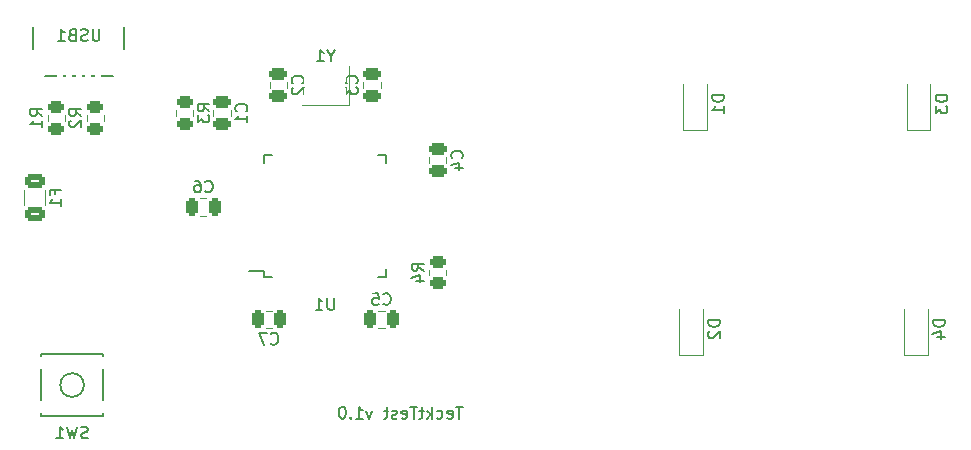
<source format=gbo>
%TF.GenerationSoftware,KiCad,Pcbnew,(6.0.5)*%
%TF.CreationDate,2022-05-13T23:52:20-07:00*%
%TF.ProjectId,keyboard-pcb-tutorial,6b657962-6f61-4726-942d-7063622d7475,rev?*%
%TF.SameCoordinates,Original*%
%TF.FileFunction,Legend,Bot*%
%TF.FilePolarity,Positive*%
%FSLAX46Y46*%
G04 Gerber Fmt 4.6, Leading zero omitted, Abs format (unit mm)*
G04 Created by KiCad (PCBNEW (6.0.5)) date 2022-05-13 23:52:20*
%MOMM*%
%LPD*%
G01*
G04 APERTURE LIST*
G04 Aperture macros list*
%AMRoundRect*
0 Rectangle with rounded corners*
0 $1 Rounding radius*
0 $2 $3 $4 $5 $6 $7 $8 $9 X,Y pos of 4 corners*
0 Add a 4 corners polygon primitive as box body*
4,1,4,$2,$3,$4,$5,$6,$7,$8,$9,$2,$3,0*
0 Add four circle primitives for the rounded corners*
1,1,$1+$1,$2,$3*
1,1,$1+$1,$4,$5*
1,1,$1+$1,$6,$7*
1,1,$1+$1,$8,$9*
0 Add four rect primitives between the rounded corners*
20,1,$1+$1,$2,$3,$4,$5,0*
20,1,$1+$1,$4,$5,$6,$7,0*
20,1,$1+$1,$6,$7,$8,$9,0*
20,1,$1+$1,$8,$9,$2,$3,0*%
%AMHorizOval*
0 Thick line with rounded ends*
0 $1 width*
0 $2 $3 position (X,Y) of the first rounded end (center of the circle)*
0 $4 $5 position (X,Y) of the second rounded end (center of the circle)*
0 Add line between two ends*
20,1,$1,$2,$3,$4,$5,0*
0 Add two circle primitives to create the rounded ends*
1,1,$1,$2,$3*
1,1,$1,$4,$5*%
G04 Aperture macros list end*
%ADD10C,0.150000*%
%ADD11C,0.120000*%
%ADD12C,1.750000*%
%ADD13C,3.987800*%
%ADD14C,2.250000*%
%ADD15HorizOval,2.250000X0.655001X0.730000X-0.655001X-0.730000X0*%
%ADD16HorizOval,2.250000X0.020000X0.290000X-0.020000X-0.290000X0*%
%ADD17RoundRect,0.250000X0.450000X-0.262500X0.450000X0.262500X-0.450000X0.262500X-0.450000X-0.262500X0*%
%ADD18R,1.200000X0.900000*%
%ADD19RoundRect,0.250000X0.475000X-0.250000X0.475000X0.250000X-0.475000X0.250000X-0.475000X-0.250000X0*%
%ADD20RoundRect,0.250000X0.625000X-0.375000X0.625000X0.375000X-0.625000X0.375000X-0.625000X-0.375000X0*%
%ADD21RoundRect,0.250000X-0.250000X-0.475000X0.250000X-0.475000X0.250000X0.475000X-0.250000X0.475000X0*%
%ADD22RoundRect,0.250000X0.250000X0.475000X-0.250000X0.475000X-0.250000X-0.475000X0.250000X-0.475000X0*%
%ADD23R,0.500000X2.250000*%
%ADD24O,1.700000X2.700000*%
%ADD25RoundRect,0.250000X-0.450000X0.262500X-0.450000X-0.262500X0.450000X-0.262500X0.450000X0.262500X0*%
%ADD26R,1.400000X1.200000*%
%ADD27RoundRect,0.250000X-0.475000X0.250000X-0.475000X-0.250000X0.475000X-0.250000X0.475000X0.250000X0*%
%ADD28R,1.500000X0.550000*%
%ADD29R,0.550000X1.500000*%
%ADD30R,1.800000X1.100000*%
G04 APERTURE END LIST*
D10*
X98948214Y-122483630D02*
X98376785Y-122483630D01*
X98662500Y-123483630D02*
X98662500Y-122483630D01*
X97662500Y-123436011D02*
X97757738Y-123483630D01*
X97948214Y-123483630D01*
X98043452Y-123436011D01*
X98091071Y-123340773D01*
X98091071Y-122959821D01*
X98043452Y-122864583D01*
X97948214Y-122816964D01*
X97757738Y-122816964D01*
X97662500Y-122864583D01*
X97614880Y-122959821D01*
X97614880Y-123055059D01*
X98091071Y-123150297D01*
X96757738Y-123436011D02*
X96852976Y-123483630D01*
X97043452Y-123483630D01*
X97138690Y-123436011D01*
X97186309Y-123388392D01*
X97233928Y-123293154D01*
X97233928Y-123007440D01*
X97186309Y-122912202D01*
X97138690Y-122864583D01*
X97043452Y-122816964D01*
X96852976Y-122816964D01*
X96757738Y-122864583D01*
X96329166Y-123483630D02*
X96329166Y-122483630D01*
X96233928Y-123102678D02*
X95948214Y-123483630D01*
X95948214Y-122816964D02*
X96329166Y-123197916D01*
X95662500Y-122816964D02*
X95281547Y-122816964D01*
X95519642Y-122483630D02*
X95519642Y-123340773D01*
X95472023Y-123436011D01*
X95376785Y-123483630D01*
X95281547Y-123483630D01*
X95091071Y-122483630D02*
X94519642Y-122483630D01*
X94805357Y-123483630D02*
X94805357Y-122483630D01*
X93805357Y-123436011D02*
X93900595Y-123483630D01*
X94091071Y-123483630D01*
X94186309Y-123436011D01*
X94233928Y-123340773D01*
X94233928Y-122959821D01*
X94186309Y-122864583D01*
X94091071Y-122816964D01*
X93900595Y-122816964D01*
X93805357Y-122864583D01*
X93757738Y-122959821D01*
X93757738Y-123055059D01*
X94233928Y-123150297D01*
X93376785Y-123436011D02*
X93281547Y-123483630D01*
X93091071Y-123483630D01*
X92995833Y-123436011D01*
X92948214Y-123340773D01*
X92948214Y-123293154D01*
X92995833Y-123197916D01*
X93091071Y-123150297D01*
X93233928Y-123150297D01*
X93329166Y-123102678D01*
X93376785Y-123007440D01*
X93376785Y-122959821D01*
X93329166Y-122864583D01*
X93233928Y-122816964D01*
X93091071Y-122816964D01*
X92995833Y-122864583D01*
X92662500Y-122816964D02*
X92281547Y-122816964D01*
X92519642Y-122483630D02*
X92519642Y-123340773D01*
X92472023Y-123436011D01*
X92376785Y-123483630D01*
X92281547Y-123483630D01*
X91281547Y-122816964D02*
X91043452Y-123483630D01*
X90805357Y-122816964D01*
X89900595Y-123483630D02*
X90472023Y-123483630D01*
X90186309Y-123483630D02*
X90186309Y-122483630D01*
X90281547Y-122626488D01*
X90376785Y-122721726D01*
X90472023Y-122769345D01*
X89472023Y-123388392D02*
X89424404Y-123436011D01*
X89472023Y-123483630D01*
X89519642Y-123436011D01*
X89472023Y-123388392D01*
X89472023Y-123483630D01*
X88805357Y-122483630D02*
X88710119Y-122483630D01*
X88614880Y-122531250D01*
X88567261Y-122578869D01*
X88519642Y-122674107D01*
X88472023Y-122864583D01*
X88472023Y-123102678D01*
X88519642Y-123293154D01*
X88567261Y-123388392D01*
X88614880Y-123436011D01*
X88710119Y-123483630D01*
X88805357Y-123483630D01*
X88900595Y-123436011D01*
X88948214Y-123388392D01*
X88995833Y-123293154D01*
X89043452Y-123102678D01*
X89043452Y-122864583D01*
X88995833Y-122674107D01*
X88948214Y-122578869D01*
X88900595Y-122531250D01*
X88805357Y-122483630D01*
%TO.C,R3*%
X77508630Y-97464583D02*
X77032440Y-97131250D01*
X77508630Y-96893154D02*
X76508630Y-96893154D01*
X76508630Y-97274107D01*
X76556250Y-97369345D01*
X76603869Y-97416964D01*
X76699107Y-97464583D01*
X76841964Y-97464583D01*
X76937202Y-97416964D01*
X76984821Y-97369345D01*
X77032440Y-97274107D01*
X77032440Y-96893154D01*
X76508630Y-97797916D02*
X76508630Y-98416964D01*
X76889583Y-98083630D01*
X76889583Y-98226488D01*
X76937202Y-98321726D01*
X76984821Y-98369345D01*
X77080059Y-98416964D01*
X77318154Y-98416964D01*
X77413392Y-98369345D01*
X77461011Y-98321726D01*
X77508630Y-98226488D01*
X77508630Y-97940773D01*
X77461011Y-97845535D01*
X77413392Y-97797916D01*
%TO.C,D1*%
X121070380Y-96099404D02*
X120070380Y-96099404D01*
X120070380Y-96337500D01*
X120118000Y-96480357D01*
X120213238Y-96575595D01*
X120308476Y-96623214D01*
X120498952Y-96670833D01*
X120641809Y-96670833D01*
X120832285Y-96623214D01*
X120927523Y-96575595D01*
X121022761Y-96480357D01*
X121070380Y-96337500D01*
X121070380Y-96099404D01*
X121070380Y-97623214D02*
X121070380Y-97051785D01*
X121070380Y-97337500D02*
X120070380Y-97337500D01*
X120213238Y-97242261D01*
X120308476Y-97147023D01*
X120356095Y-97051785D01*
%TO.C,C1*%
X80618392Y-97464583D02*
X80666011Y-97416964D01*
X80713630Y-97274107D01*
X80713630Y-97178869D01*
X80666011Y-97036011D01*
X80570773Y-96940773D01*
X80475535Y-96893154D01*
X80285059Y-96845535D01*
X80142202Y-96845535D01*
X79951726Y-96893154D01*
X79856488Y-96940773D01*
X79761250Y-97036011D01*
X79713630Y-97178869D01*
X79713630Y-97274107D01*
X79761250Y-97416964D01*
X79808869Y-97464583D01*
X80713630Y-98416964D02*
X80713630Y-97845535D01*
X80713630Y-98131250D02*
X79713630Y-98131250D01*
X79856488Y-98036011D01*
X79951726Y-97940773D01*
X79999345Y-97845535D01*
%TO.C,F1*%
X64454821Y-104441666D02*
X64454821Y-104108333D01*
X64978630Y-104108333D02*
X63978630Y-104108333D01*
X63978630Y-104584523D01*
X64978630Y-105489285D02*
X64978630Y-104917857D01*
X64978630Y-105203571D02*
X63978630Y-105203571D01*
X64121488Y-105108333D01*
X64216726Y-105013095D01*
X64264345Y-104917857D01*
%TO.C,C4*%
X98874642Y-101433333D02*
X98922261Y-101385714D01*
X98969880Y-101242857D01*
X98969880Y-101147619D01*
X98922261Y-101004761D01*
X98827023Y-100909523D01*
X98731785Y-100861904D01*
X98541309Y-100814285D01*
X98398452Y-100814285D01*
X98207976Y-100861904D01*
X98112738Y-100909523D01*
X98017500Y-101004761D01*
X97969880Y-101147619D01*
X97969880Y-101242857D01*
X98017500Y-101385714D01*
X98065119Y-101433333D01*
X98303214Y-102290476D02*
X98969880Y-102290476D01*
X97922261Y-102052380D02*
X98636547Y-101814285D01*
X98636547Y-102433333D01*
%TO.C,C7*%
X82716666Y-117130892D02*
X82764285Y-117178511D01*
X82907142Y-117226130D01*
X83002380Y-117226130D01*
X83145238Y-117178511D01*
X83240476Y-117083273D01*
X83288095Y-116988035D01*
X83335714Y-116797559D01*
X83335714Y-116654702D01*
X83288095Y-116464226D01*
X83240476Y-116368988D01*
X83145238Y-116273750D01*
X83002380Y-116226130D01*
X82907142Y-116226130D01*
X82764285Y-116273750D01*
X82716666Y-116321369D01*
X82383333Y-116226130D02*
X81716666Y-116226130D01*
X82145238Y-117226130D01*
%TO.C,C6*%
X77160416Y-104245892D02*
X77208035Y-104293511D01*
X77350892Y-104341130D01*
X77446130Y-104341130D01*
X77588988Y-104293511D01*
X77684226Y-104198273D01*
X77731845Y-104103035D01*
X77779464Y-103912559D01*
X77779464Y-103769702D01*
X77731845Y-103579226D01*
X77684226Y-103483988D01*
X77588988Y-103388750D01*
X77446130Y-103341130D01*
X77350892Y-103341130D01*
X77208035Y-103388750D01*
X77160416Y-103436369D01*
X76303273Y-103341130D02*
X76493750Y-103341130D01*
X76588988Y-103388750D01*
X76636607Y-103436369D01*
X76731845Y-103579226D01*
X76779464Y-103769702D01*
X76779464Y-104150654D01*
X76731845Y-104245892D01*
X76684226Y-104293511D01*
X76588988Y-104341130D01*
X76398511Y-104341130D01*
X76303273Y-104293511D01*
X76255654Y-104245892D01*
X76208035Y-104150654D01*
X76208035Y-103912559D01*
X76255654Y-103817321D01*
X76303273Y-103769702D01*
X76398511Y-103722083D01*
X76588988Y-103722083D01*
X76684226Y-103769702D01*
X76731845Y-103817321D01*
X76779464Y-103912559D01*
%TO.C,USB1*%
X68190845Y-90511380D02*
X68190845Y-91320904D01*
X68143226Y-91416142D01*
X68095607Y-91463761D01*
X68000369Y-91511380D01*
X67809892Y-91511380D01*
X67714654Y-91463761D01*
X67667035Y-91416142D01*
X67619416Y-91320904D01*
X67619416Y-90511380D01*
X67190845Y-91463761D02*
X67047988Y-91511380D01*
X66809892Y-91511380D01*
X66714654Y-91463761D01*
X66667035Y-91416142D01*
X66619416Y-91320904D01*
X66619416Y-91225666D01*
X66667035Y-91130428D01*
X66714654Y-91082809D01*
X66809892Y-91035190D01*
X67000369Y-90987571D01*
X67095607Y-90939952D01*
X67143226Y-90892333D01*
X67190845Y-90797095D01*
X67190845Y-90701857D01*
X67143226Y-90606619D01*
X67095607Y-90559000D01*
X67000369Y-90511380D01*
X66762273Y-90511380D01*
X66619416Y-90559000D01*
X65857511Y-90987571D02*
X65714654Y-91035190D01*
X65667035Y-91082809D01*
X65619416Y-91178047D01*
X65619416Y-91320904D01*
X65667035Y-91416142D01*
X65714654Y-91463761D01*
X65809892Y-91511380D01*
X66190845Y-91511380D01*
X66190845Y-90511380D01*
X65857511Y-90511380D01*
X65762273Y-90559000D01*
X65714654Y-90606619D01*
X65667035Y-90701857D01*
X65667035Y-90797095D01*
X65714654Y-90892333D01*
X65762273Y-90939952D01*
X65857511Y-90987571D01*
X66190845Y-90987571D01*
X64667035Y-91511380D02*
X65238464Y-91511380D01*
X64952750Y-91511380D02*
X64952750Y-90511380D01*
X65047988Y-90654238D01*
X65143226Y-90749476D01*
X65238464Y-90797095D01*
%TO.C,D4*%
X139771130Y-115149404D02*
X138771130Y-115149404D01*
X138771130Y-115387500D01*
X138818750Y-115530357D01*
X138913988Y-115625595D01*
X139009226Y-115673214D01*
X139199702Y-115720833D01*
X139342559Y-115720833D01*
X139533035Y-115673214D01*
X139628273Y-115625595D01*
X139723511Y-115530357D01*
X139771130Y-115387500D01*
X139771130Y-115149404D01*
X139104464Y-116577976D02*
X139771130Y-116577976D01*
X138723511Y-116339880D02*
X139437797Y-116101785D01*
X139437797Y-116720833D01*
%TO.C,R4*%
X95639880Y-110958333D02*
X95163690Y-110625000D01*
X95639880Y-110386904D02*
X94639880Y-110386904D01*
X94639880Y-110767857D01*
X94687500Y-110863095D01*
X94735119Y-110910714D01*
X94830357Y-110958333D01*
X94973214Y-110958333D01*
X95068452Y-110910714D01*
X95116071Y-110863095D01*
X95163690Y-110767857D01*
X95163690Y-110386904D01*
X94973214Y-111815476D02*
X95639880Y-111815476D01*
X94592261Y-111577380D02*
X95306547Y-111339285D01*
X95306547Y-111958333D01*
%TO.C,R1*%
X63350130Y-97877333D02*
X62873940Y-97544000D01*
X63350130Y-97305904D02*
X62350130Y-97305904D01*
X62350130Y-97686857D01*
X62397750Y-97782095D01*
X62445369Y-97829714D01*
X62540607Y-97877333D01*
X62683464Y-97877333D01*
X62778702Y-97829714D01*
X62826321Y-97782095D01*
X62873940Y-97686857D01*
X62873940Y-97305904D01*
X63350130Y-98829714D02*
X63350130Y-98258285D01*
X63350130Y-98544000D02*
X62350130Y-98544000D01*
X62492988Y-98448761D01*
X62588226Y-98353523D01*
X62635845Y-98258285D01*
%TO.C,C2*%
X85380892Y-95083333D02*
X85428511Y-95035714D01*
X85476130Y-94892857D01*
X85476130Y-94797619D01*
X85428511Y-94654761D01*
X85333273Y-94559523D01*
X85238035Y-94511904D01*
X85047559Y-94464285D01*
X84904702Y-94464285D01*
X84714226Y-94511904D01*
X84618988Y-94559523D01*
X84523750Y-94654761D01*
X84476130Y-94797619D01*
X84476130Y-94892857D01*
X84523750Y-95035714D01*
X84571369Y-95083333D01*
X84571369Y-95464285D02*
X84523750Y-95511904D01*
X84476130Y-95607142D01*
X84476130Y-95845238D01*
X84523750Y-95940476D01*
X84571369Y-95988095D01*
X84666607Y-96035714D01*
X84761845Y-96035714D01*
X84904702Y-95988095D01*
X85476130Y-95416666D01*
X85476130Y-96035714D01*
%TO.C,D3*%
X139993380Y-96099404D02*
X138993380Y-96099404D01*
X138993380Y-96337500D01*
X139041000Y-96480357D01*
X139136238Y-96575595D01*
X139231476Y-96623214D01*
X139421952Y-96670833D01*
X139564809Y-96670833D01*
X139755285Y-96623214D01*
X139850523Y-96575595D01*
X139945761Y-96480357D01*
X139993380Y-96337500D01*
X139993380Y-96099404D01*
X138993380Y-97004166D02*
X138993380Y-97623214D01*
X139374333Y-97289880D01*
X139374333Y-97432738D01*
X139421952Y-97527976D01*
X139469571Y-97575595D01*
X139564809Y-97623214D01*
X139802904Y-97623214D01*
X139898142Y-97575595D01*
X139945761Y-97527976D01*
X139993380Y-97432738D01*
X139993380Y-97147023D01*
X139945761Y-97051785D01*
X139898142Y-97004166D01*
%TO.C,Y1*%
X87788690Y-92776190D02*
X87788690Y-93252380D01*
X88122023Y-92252380D02*
X87788690Y-92776190D01*
X87455357Y-92252380D01*
X86598214Y-93252380D02*
X87169642Y-93252380D01*
X86883928Y-93252380D02*
X86883928Y-92252380D01*
X86979166Y-92395238D01*
X87074404Y-92490476D01*
X87169642Y-92538095D01*
%TO.C,C3*%
X89958392Y-95083333D02*
X90006011Y-95035714D01*
X90053630Y-94892857D01*
X90053630Y-94797619D01*
X90006011Y-94654761D01*
X89910773Y-94559523D01*
X89815535Y-94511904D01*
X89625059Y-94464285D01*
X89482202Y-94464285D01*
X89291726Y-94511904D01*
X89196488Y-94559523D01*
X89101250Y-94654761D01*
X89053630Y-94797619D01*
X89053630Y-94892857D01*
X89101250Y-95035714D01*
X89148869Y-95083333D01*
X89053630Y-95416666D02*
X89053630Y-96035714D01*
X89434583Y-95702380D01*
X89434583Y-95845238D01*
X89482202Y-95940476D01*
X89529821Y-95988095D01*
X89625059Y-96035714D01*
X89863154Y-96035714D01*
X89958392Y-95988095D01*
X90006011Y-95940476D01*
X90053630Y-95845238D01*
X90053630Y-95559523D01*
X90006011Y-95464285D01*
X89958392Y-95416666D01*
%TO.C,U1*%
X88074404Y-113264880D02*
X88074404Y-114074404D01*
X88026785Y-114169642D01*
X87979166Y-114217261D01*
X87883928Y-114264880D01*
X87693452Y-114264880D01*
X87598214Y-114217261D01*
X87550595Y-114169642D01*
X87502976Y-114074404D01*
X87502976Y-113264880D01*
X86502976Y-114264880D02*
X87074404Y-114264880D01*
X86788690Y-114264880D02*
X86788690Y-113264880D01*
X86883928Y-113407738D01*
X86979166Y-113502976D01*
X87074404Y-113550595D01*
%TO.C,SW1*%
X67214583Y-125118761D02*
X67071726Y-125166380D01*
X66833630Y-125166380D01*
X66738392Y-125118761D01*
X66690773Y-125071142D01*
X66643154Y-124975904D01*
X66643154Y-124880666D01*
X66690773Y-124785428D01*
X66738392Y-124737809D01*
X66833630Y-124690190D01*
X67024107Y-124642571D01*
X67119345Y-124594952D01*
X67166964Y-124547333D01*
X67214583Y-124452095D01*
X67214583Y-124356857D01*
X67166964Y-124261619D01*
X67119345Y-124214000D01*
X67024107Y-124166380D01*
X66786011Y-124166380D01*
X66643154Y-124214000D01*
X66309821Y-124166380D02*
X66071726Y-125166380D01*
X65881250Y-124452095D01*
X65690773Y-125166380D01*
X65452678Y-124166380D01*
X64547916Y-125166380D02*
X65119345Y-125166380D01*
X64833630Y-125166380D02*
X64833630Y-124166380D01*
X64928869Y-124309238D01*
X65024107Y-124404476D01*
X65119345Y-124452095D01*
%TO.C,R2*%
X66652130Y-97877333D02*
X66175940Y-97544000D01*
X66652130Y-97305904D02*
X65652130Y-97305904D01*
X65652130Y-97686857D01*
X65699750Y-97782095D01*
X65747369Y-97829714D01*
X65842607Y-97877333D01*
X65985464Y-97877333D01*
X66080702Y-97829714D01*
X66128321Y-97782095D01*
X66175940Y-97686857D01*
X66175940Y-97305904D01*
X65747369Y-98258285D02*
X65699750Y-98305904D01*
X65652130Y-98401142D01*
X65652130Y-98639238D01*
X65699750Y-98734476D01*
X65747369Y-98782095D01*
X65842607Y-98829714D01*
X65937845Y-98829714D01*
X66080702Y-98782095D01*
X66652130Y-98210666D01*
X66652130Y-98829714D01*
%TO.C,C5*%
X92241666Y-113770892D02*
X92289285Y-113818511D01*
X92432142Y-113866130D01*
X92527380Y-113866130D01*
X92670238Y-113818511D01*
X92765476Y-113723273D01*
X92813095Y-113628035D01*
X92860714Y-113437559D01*
X92860714Y-113294702D01*
X92813095Y-113104226D01*
X92765476Y-113008988D01*
X92670238Y-112913750D01*
X92527380Y-112866130D01*
X92432142Y-112866130D01*
X92289285Y-112913750D01*
X92241666Y-112961369D01*
X91336904Y-112866130D02*
X91813095Y-112866130D01*
X91860714Y-113342321D01*
X91813095Y-113294702D01*
X91717857Y-113247083D01*
X91479761Y-113247083D01*
X91384523Y-113294702D01*
X91336904Y-113342321D01*
X91289285Y-113437559D01*
X91289285Y-113675654D01*
X91336904Y-113770892D01*
X91384523Y-113818511D01*
X91479761Y-113866130D01*
X91717857Y-113866130D01*
X91813095Y-113818511D01*
X91860714Y-113770892D01*
%TO.C,D2*%
X120721130Y-115149404D02*
X119721130Y-115149404D01*
X119721130Y-115387500D01*
X119768750Y-115530357D01*
X119863988Y-115625595D01*
X119959226Y-115673214D01*
X120149702Y-115720833D01*
X120292559Y-115720833D01*
X120483035Y-115673214D01*
X120578273Y-115625595D01*
X120673511Y-115530357D01*
X120721130Y-115387500D01*
X120721130Y-115149404D01*
X119816369Y-116101785D02*
X119768750Y-116149404D01*
X119721130Y-116244642D01*
X119721130Y-116482738D01*
X119768750Y-116577976D01*
X119816369Y-116625595D01*
X119911607Y-116673214D01*
X120006845Y-116673214D01*
X120149702Y-116625595D01*
X120721130Y-116054166D01*
X120721130Y-116673214D01*
D11*
%TO.C,R3*%
X76141250Y-97858314D02*
X76141250Y-97404186D01*
X74671250Y-97858314D02*
X74671250Y-97404186D01*
%TO.C,D1*%
X117618000Y-99087500D02*
X117618000Y-95187500D01*
X119618000Y-99087500D02*
X117618000Y-99087500D01*
X119618000Y-99087500D02*
X119618000Y-95187500D01*
%TO.C,C1*%
X79316250Y-97892502D02*
X79316250Y-97369998D01*
X77846250Y-97892502D02*
X77846250Y-97369998D01*
%TO.C,F1*%
X61796250Y-105377064D02*
X61796250Y-104172936D01*
X63616250Y-105377064D02*
X63616250Y-104172936D01*
%TO.C,C4*%
X96102500Y-101861252D02*
X96102500Y-101338748D01*
X97572500Y-101861252D02*
X97572500Y-101338748D01*
%TO.C,C7*%
X82288748Y-114358750D02*
X82811252Y-114358750D01*
X82288748Y-115828750D02*
X82811252Y-115828750D01*
%TO.C,C6*%
X77255002Y-104833750D02*
X76732498Y-104833750D01*
X77255002Y-106303750D02*
X76732498Y-106303750D01*
D10*
%TO.C,USB1*%
X62602750Y-89027000D02*
X62602750Y-94477000D01*
X62602750Y-94477000D02*
X70302750Y-94477000D01*
X70302750Y-89027000D02*
X70302750Y-94477000D01*
D11*
%TO.C,D4*%
X138318750Y-118137500D02*
X136318750Y-118137500D01*
X138318750Y-118137500D02*
X138318750Y-114237500D01*
X136318750Y-118137500D02*
X136318750Y-114237500D01*
%TO.C,R4*%
X97572500Y-110897936D02*
X97572500Y-111352064D01*
X96102500Y-110897936D02*
X96102500Y-111352064D01*
%TO.C,R1*%
X63812750Y-97816936D02*
X63812750Y-98271064D01*
X65282750Y-97816936D02*
X65282750Y-98271064D01*
%TO.C,C2*%
X84078750Y-95511252D02*
X84078750Y-94988748D01*
X82608750Y-95511252D02*
X82608750Y-94988748D01*
%TO.C,D3*%
X136541000Y-99087500D02*
X136541000Y-95187500D01*
X138541000Y-99087500D02*
X138541000Y-95187500D01*
X138541000Y-99087500D02*
X136541000Y-99087500D01*
%TO.C,Y1*%
X89312500Y-96900000D02*
X85312500Y-96900000D01*
X89312500Y-93600000D02*
X89312500Y-96900000D01*
%TO.C,C3*%
X92016250Y-94988748D02*
X92016250Y-95511252D01*
X90546250Y-94988748D02*
X90546250Y-95511252D01*
D10*
%TO.C,U1*%
X92487500Y-111537500D02*
X92487500Y-110862500D01*
X82137500Y-111537500D02*
X82137500Y-110962500D01*
X92487500Y-111537500D02*
X91812500Y-111537500D01*
X92487500Y-101187500D02*
X92487500Y-101862500D01*
X82137500Y-111537500D02*
X82812500Y-111537500D01*
X82137500Y-101187500D02*
X82812500Y-101187500D01*
X92487500Y-101187500D02*
X91812500Y-101187500D01*
X82137500Y-101187500D02*
X82137500Y-101862500D01*
X82137500Y-110962500D02*
X80862500Y-110962500D01*
%TO.C,SW1*%
X68481250Y-123250000D02*
X68481250Y-118050000D01*
X63281250Y-118050000D02*
X63281250Y-123250000D01*
X68481250Y-118050000D02*
X63281250Y-118050000D01*
X63281250Y-123250000D02*
X68481250Y-123250000D01*
X66881250Y-120650000D02*
G75*
G03*
X66881250Y-120650000I-1000000J0D01*
G01*
D11*
%TO.C,R2*%
X68584750Y-97816936D02*
X68584750Y-98271064D01*
X67114750Y-97816936D02*
X67114750Y-98271064D01*
%TO.C,C5*%
X92336252Y-114358750D02*
X91813748Y-114358750D01*
X92336252Y-115828750D02*
X91813748Y-115828750D01*
%TO.C,D2*%
X119268750Y-118137500D02*
X117268750Y-118137500D01*
X117268750Y-118137500D02*
X117268750Y-114237500D01*
X119268750Y-118137500D02*
X119268750Y-114237500D01*
%TD*%
%LPC*%
D12*
%TO.C,MX4*%
X124301250Y-115887500D03*
X134461250Y-115887500D03*
D13*
X129381250Y-115887500D03*
D14*
X126881250Y-111887500D03*
D15*
X126226251Y-112617500D03*
D14*
X131921250Y-110807500D03*
D16*
X131901250Y-111097500D03*
%TD*%
D12*
%TO.C,MX3*%
X124301250Y-96837500D03*
D13*
X129381250Y-96837500D03*
D12*
X134461250Y-96837500D03*
D15*
X126226251Y-93567500D03*
D14*
X126881250Y-92837500D03*
X131921250Y-91757500D03*
D16*
X131901250Y-92047500D03*
%TD*%
D12*
%TO.C,MX1*%
X105251250Y-96837500D03*
D13*
X110331250Y-96837500D03*
D12*
X115411250Y-96837500D03*
D14*
X107831250Y-92837500D03*
D15*
X107176251Y-93567500D03*
D16*
X112851250Y-92047500D03*
D14*
X112871250Y-91757500D03*
%TD*%
D13*
%TO.C,MX2*%
X110331250Y-115887500D03*
D12*
X115411250Y-115887500D03*
X105251250Y-115887500D03*
D14*
X107831250Y-111887500D03*
D15*
X107176251Y-112617500D03*
D14*
X112871250Y-110807500D03*
D16*
X112851250Y-111097500D03*
%TD*%
D17*
%TO.C,R3*%
X75406250Y-98543750D03*
X75406250Y-96718750D03*
%TD*%
D18*
%TO.C,D1*%
X118618000Y-98487500D03*
X118618000Y-95187500D03*
%TD*%
D19*
%TO.C,C1*%
X78581250Y-98581250D03*
X78581250Y-96681250D03*
%TD*%
D20*
%TO.C,F1*%
X62706250Y-106175000D03*
X62706250Y-103375000D03*
%TD*%
D19*
%TO.C,C4*%
X96837500Y-102550000D03*
X96837500Y-100650000D03*
%TD*%
D21*
%TO.C,C7*%
X81600000Y-115093750D03*
X83500000Y-115093750D03*
%TD*%
D22*
%TO.C,C6*%
X77943750Y-105568750D03*
X76043750Y-105568750D03*
%TD*%
D23*
%TO.C,USB1*%
X68052750Y-93527000D03*
X67252750Y-93527000D03*
X66452750Y-93527000D03*
X65652750Y-93527000D03*
X64852750Y-93527000D03*
D24*
X62802750Y-89027000D03*
X70102750Y-93527000D03*
X70102750Y-89027000D03*
X62802750Y-93527000D03*
%TD*%
D18*
%TO.C,D4*%
X137318750Y-117537500D03*
X137318750Y-114237500D03*
%TD*%
D25*
%TO.C,R4*%
X96837500Y-110212500D03*
X96837500Y-112037500D03*
%TD*%
%TO.C,R1*%
X64547750Y-97131500D03*
X64547750Y-98956500D03*
%TD*%
D19*
%TO.C,C2*%
X83343750Y-96200000D03*
X83343750Y-94300000D03*
%TD*%
D18*
%TO.C,D3*%
X137541000Y-98487500D03*
X137541000Y-95187500D03*
%TD*%
D26*
%TO.C,Y1*%
X88412500Y-96100000D03*
X86212500Y-96100000D03*
X86212500Y-94400000D03*
X88412500Y-94400000D03*
%TD*%
D27*
%TO.C,C3*%
X91281250Y-94300000D03*
X91281250Y-96200000D03*
%TD*%
D28*
%TO.C,U1*%
X81612500Y-110362500D03*
X81612500Y-109562500D03*
X81612500Y-108762500D03*
X81612500Y-107962500D03*
X81612500Y-107162500D03*
X81612500Y-106362500D03*
X81612500Y-105562500D03*
X81612500Y-104762500D03*
X81612500Y-103962500D03*
X81612500Y-103162500D03*
X81612500Y-102362500D03*
D29*
X83312500Y-100662500D03*
X84112500Y-100662500D03*
X84912500Y-100662500D03*
X85712500Y-100662500D03*
X86512500Y-100662500D03*
X87312500Y-100662500D03*
X88112500Y-100662500D03*
X88912500Y-100662500D03*
X89712500Y-100662500D03*
X90512500Y-100662500D03*
X91312500Y-100662500D03*
D28*
X93012500Y-102362500D03*
X93012500Y-103162500D03*
X93012500Y-103962500D03*
X93012500Y-104762500D03*
X93012500Y-105562500D03*
X93012500Y-106362500D03*
X93012500Y-107162500D03*
X93012500Y-107962500D03*
X93012500Y-108762500D03*
X93012500Y-109562500D03*
X93012500Y-110362500D03*
D29*
X91312500Y-112062500D03*
X90512500Y-112062500D03*
X89712500Y-112062500D03*
X88912500Y-112062500D03*
X88112500Y-112062500D03*
X87312500Y-112062500D03*
X86512500Y-112062500D03*
X85712500Y-112062500D03*
X84912500Y-112062500D03*
X84112500Y-112062500D03*
X83312500Y-112062500D03*
%TD*%
D30*
%TO.C,SW1*%
X62781250Y-122500000D03*
X68981250Y-118800000D03*
X62781250Y-118800000D03*
X68981250Y-122500000D03*
%TD*%
D25*
%TO.C,R2*%
X67849750Y-97131500D03*
X67849750Y-98956500D03*
%TD*%
D22*
%TO.C,C5*%
X93025000Y-115093750D03*
X91125000Y-115093750D03*
%TD*%
D18*
%TO.C,D2*%
X118268750Y-117537500D03*
X118268750Y-114237500D03*
%TD*%
M02*

</source>
